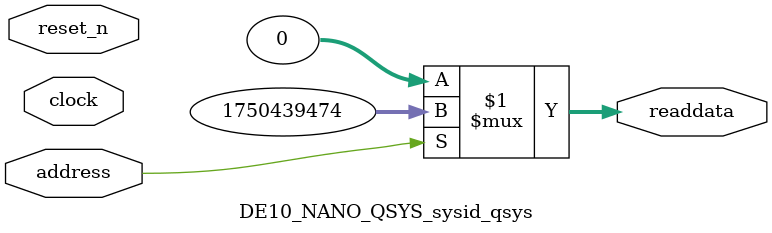
<source format=v>



// synthesis translate_off
`timescale 1ns / 1ps
// synthesis translate_on

// turn off superfluous verilog processor warnings 
// altera message_level Level1 
// altera message_off 10034 10035 10036 10037 10230 10240 10030 

module DE10_NANO_QSYS_sysid_qsys (
               // inputs:
                address,
                clock,
                reset_n,

               // outputs:
                readdata
             )
;

  output  [ 31: 0] readdata;
  input            address;
  input            clock;
  input            reset_n;

  wire    [ 31: 0] readdata;
  //control_slave, which is an e_avalon_slave
  assign readdata = address ? 1750439474 : 0;

endmodule



</source>
